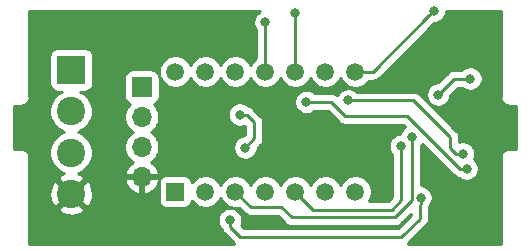
<source format=gbr>
G04 #@! TF.GenerationSoftware,KiCad,Pcbnew,5.1.5+dfsg1-2build2*
G04 #@! TF.CreationDate,2021-11-16T17:13:54-05:00*
G04 #@! TF.ProjectId,036INCH_5DIGIT,30333649-4e43-4485-9f35-44494749542e,rev?*
G04 #@! TF.SameCoordinates,Original*
G04 #@! TF.FileFunction,Copper,L1,Top*
G04 #@! TF.FilePolarity,Positive*
%FSLAX46Y46*%
G04 Gerber Fmt 4.6, Leading zero omitted, Abs format (unit mm)*
G04 Created by KiCad (PCBNEW 5.1.5+dfsg1-2build2) date 2021-11-16 17:13:54*
%MOMM*%
%LPD*%
G04 APERTURE LIST*
%ADD10C,1.500000*%
%ADD11R,1.500000X1.500000*%
%ADD12O,1.700000X1.700000*%
%ADD13R,1.700000X1.700000*%
%ADD14C,2.400000*%
%ADD15R,2.400000X2.400000*%
%ADD16C,0.800000*%
%ADD17C,0.250000*%
%ADD18C,0.254000*%
G04 APERTURE END LIST*
D10*
X114300000Y-105778300D03*
X116840000Y-105778300D03*
X119380000Y-105778300D03*
X121920000Y-105778300D03*
X124460000Y-105778300D03*
X127000000Y-105778300D03*
X129540000Y-105778300D03*
X129540000Y-115938300D03*
X127000000Y-115938300D03*
X124460000Y-115938300D03*
X121920000Y-115938300D03*
X119380000Y-115938300D03*
X116840000Y-115938300D03*
D11*
X114300000Y-115938300D03*
D12*
X111480600Y-114706400D03*
X111480600Y-112166400D03*
X111480600Y-109626400D03*
D13*
X111480600Y-107086400D03*
D14*
X105486200Y-116138600D03*
X105486200Y-112638600D03*
X105486200Y-109138600D03*
D15*
X105486200Y-105638600D03*
D16*
X121932700Y-101598900D03*
X124409200Y-100799900D03*
X136207500Y-100625012D03*
X139280900Y-106375200D03*
X136569674Y-107737280D03*
X135078300Y-116446300D03*
X118935500Y-118351300D03*
X133413500Y-112090200D03*
X134353300Y-111302800D03*
X138963400Y-114007900D03*
X125399800Y-108357500D03*
X119773700Y-109423200D03*
X120230900Y-112217200D03*
X138658600Y-112725200D03*
X128943100Y-108229400D03*
D17*
X121932700Y-105765600D02*
X121920000Y-105778300D01*
X121932700Y-101598900D02*
X121932700Y-105765600D01*
X124409200Y-105727500D02*
X124460000Y-105778300D01*
X124409200Y-100799900D02*
X124409200Y-105727500D01*
X131054212Y-105778300D02*
X135807501Y-101025011D01*
X129540000Y-105778300D02*
X131054212Y-105778300D01*
X135807501Y-101025011D02*
X136207500Y-100625012D01*
X137931754Y-106375200D02*
X136569674Y-107737280D01*
X139280900Y-106375200D02*
X137931754Y-106375200D01*
X135078300Y-117011985D02*
X135013700Y-117076585D01*
X135078300Y-116446300D02*
X135078300Y-117011985D01*
X135013700Y-117076585D02*
X135013700Y-118249700D01*
X118935500Y-118916985D02*
X119817615Y-119799100D01*
X118935500Y-118351300D02*
X118935500Y-118916985D01*
X133464300Y-119799100D02*
X133534150Y-119729250D01*
X119817615Y-119799100D02*
X133464300Y-119799100D01*
X133534150Y-119729250D02*
X133438900Y-119824500D01*
X135013700Y-118249700D02*
X133534150Y-119729250D01*
X125984000Y-117462300D02*
X124460000Y-115938300D01*
X132626100Y-117462300D02*
X125984000Y-117462300D01*
X133413500Y-116674900D02*
X132626100Y-117462300D01*
X133413500Y-112090200D02*
X133413500Y-116674900D01*
X120675400Y-117233700D02*
X119380000Y-115938300D01*
X124155200Y-118110000D02*
X123278900Y-117233700D01*
X123278900Y-117233700D02*
X120675400Y-117233700D01*
X132880100Y-118110000D02*
X124155200Y-118110000D01*
X134353300Y-116636800D02*
X132880100Y-118110000D01*
X134353300Y-111302800D02*
X134353300Y-116636800D01*
X138397715Y-114007900D02*
X133946900Y-109557085D01*
X138963400Y-114007900D02*
X138397715Y-114007900D01*
X133946900Y-109557085D02*
X128708685Y-109557085D01*
X127509100Y-108357500D02*
X125399800Y-108357500D01*
X128708685Y-109557085D02*
X127509100Y-108357500D01*
X120339385Y-109423200D02*
X121005600Y-110089415D01*
X119773700Y-109423200D02*
X120339385Y-109423200D01*
X121005600Y-111442500D02*
X120230900Y-112217200D01*
X121005600Y-110089415D02*
X121005600Y-111442500D01*
X138092915Y-112725200D02*
X137579100Y-112211385D01*
X138658600Y-112725200D02*
X138092915Y-112725200D01*
X137579100Y-112211385D02*
X137579100Y-111340900D01*
X134467600Y-108229400D02*
X128943100Y-108229400D01*
X137579100Y-111340900D02*
X134467600Y-108229400D01*
D18*
G36*
X121442444Y-100681695D02*
G01*
X121272926Y-100794963D01*
X121128763Y-100939126D01*
X121015495Y-101108644D01*
X120937474Y-101297002D01*
X120897700Y-101496961D01*
X120897700Y-101700839D01*
X120937474Y-101900798D01*
X121015495Y-102089156D01*
X121128763Y-102258674D01*
X121172700Y-102302611D01*
X121172701Y-104611905D01*
X121037114Y-104702501D01*
X120844201Y-104895414D01*
X120692629Y-105122257D01*
X120650000Y-105225173D01*
X120607371Y-105122257D01*
X120455799Y-104895414D01*
X120262886Y-104702501D01*
X120036043Y-104550929D01*
X119783989Y-104446525D01*
X119516411Y-104393300D01*
X119243589Y-104393300D01*
X118976011Y-104446525D01*
X118723957Y-104550929D01*
X118497114Y-104702501D01*
X118304201Y-104895414D01*
X118152629Y-105122257D01*
X118110000Y-105225173D01*
X118067371Y-105122257D01*
X117915799Y-104895414D01*
X117722886Y-104702501D01*
X117496043Y-104550929D01*
X117243989Y-104446525D01*
X116976411Y-104393300D01*
X116703589Y-104393300D01*
X116436011Y-104446525D01*
X116183957Y-104550929D01*
X115957114Y-104702501D01*
X115764201Y-104895414D01*
X115612629Y-105122257D01*
X115570000Y-105225173D01*
X115527371Y-105122257D01*
X115375799Y-104895414D01*
X115182886Y-104702501D01*
X114956043Y-104550929D01*
X114703989Y-104446525D01*
X114436411Y-104393300D01*
X114163589Y-104393300D01*
X113896011Y-104446525D01*
X113643957Y-104550929D01*
X113417114Y-104702501D01*
X113224201Y-104895414D01*
X113072629Y-105122257D01*
X112968225Y-105374311D01*
X112915000Y-105641889D01*
X112915000Y-105914711D01*
X112950066Y-106090998D01*
X112920102Y-105992220D01*
X112861137Y-105881906D01*
X112781785Y-105785215D01*
X112685094Y-105705863D01*
X112574780Y-105646898D01*
X112455082Y-105610588D01*
X112330600Y-105598328D01*
X110630600Y-105598328D01*
X110506118Y-105610588D01*
X110386420Y-105646898D01*
X110276106Y-105705863D01*
X110179415Y-105785215D01*
X110100063Y-105881906D01*
X110041098Y-105992220D01*
X110004788Y-106111918D01*
X109992528Y-106236400D01*
X109992528Y-107936400D01*
X110004788Y-108060882D01*
X110041098Y-108180580D01*
X110100063Y-108290894D01*
X110179415Y-108387585D01*
X110276106Y-108466937D01*
X110386420Y-108525902D01*
X110458980Y-108547913D01*
X110327125Y-108679768D01*
X110164610Y-108922989D01*
X110052668Y-109193242D01*
X109995600Y-109480140D01*
X109995600Y-109772660D01*
X110052668Y-110059558D01*
X110164610Y-110329811D01*
X110327125Y-110573032D01*
X110533968Y-110779875D01*
X110708360Y-110896400D01*
X110533968Y-111012925D01*
X110327125Y-111219768D01*
X110164610Y-111462989D01*
X110052668Y-111733242D01*
X109995600Y-112020140D01*
X109995600Y-112312660D01*
X110052668Y-112599558D01*
X110164610Y-112869811D01*
X110327125Y-113113032D01*
X110533968Y-113319875D01*
X110716134Y-113441595D01*
X110599245Y-113511222D01*
X110383012Y-113706131D01*
X110208959Y-113939480D01*
X110083775Y-114202301D01*
X110039124Y-114349510D01*
X110160445Y-114579400D01*
X111353600Y-114579400D01*
X111353600Y-114559400D01*
X111607600Y-114559400D01*
X111607600Y-114579400D01*
X112800755Y-114579400D01*
X112922076Y-114349510D01*
X112877425Y-114202301D01*
X112752241Y-113939480D01*
X112578188Y-113706131D01*
X112361955Y-113511222D01*
X112245066Y-113441595D01*
X112427232Y-113319875D01*
X112634075Y-113113032D01*
X112796590Y-112869811D01*
X112908532Y-112599558D01*
X112965600Y-112312660D01*
X112965600Y-112020140D01*
X112908532Y-111733242D01*
X112796590Y-111462989D01*
X112634075Y-111219768D01*
X112427232Y-111012925D01*
X112252840Y-110896400D01*
X112427232Y-110779875D01*
X112634075Y-110573032D01*
X112796590Y-110329811D01*
X112908532Y-110059558D01*
X112965600Y-109772660D01*
X112965600Y-109480140D01*
X112933997Y-109321261D01*
X118738700Y-109321261D01*
X118738700Y-109525139D01*
X118778474Y-109725098D01*
X118856495Y-109913456D01*
X118969763Y-110082974D01*
X119113926Y-110227137D01*
X119283444Y-110340405D01*
X119471802Y-110418426D01*
X119671761Y-110458200D01*
X119875639Y-110458200D01*
X120075598Y-110418426D01*
X120205855Y-110364471D01*
X120245600Y-110404217D01*
X120245601Y-111127698D01*
X120191098Y-111182200D01*
X120128961Y-111182200D01*
X119929002Y-111221974D01*
X119740644Y-111299995D01*
X119571126Y-111413263D01*
X119426963Y-111557426D01*
X119313695Y-111726944D01*
X119235674Y-111915302D01*
X119195900Y-112115261D01*
X119195900Y-112319139D01*
X119235674Y-112519098D01*
X119313695Y-112707456D01*
X119426963Y-112876974D01*
X119571126Y-113021137D01*
X119740644Y-113134405D01*
X119929002Y-113212426D01*
X120128961Y-113252200D01*
X120332839Y-113252200D01*
X120532798Y-113212426D01*
X120721156Y-113134405D01*
X120890674Y-113021137D01*
X121034837Y-112876974D01*
X121148105Y-112707456D01*
X121226126Y-112519098D01*
X121265900Y-112319139D01*
X121265900Y-112257002D01*
X121516602Y-112006299D01*
X121545601Y-111982501D01*
X121640574Y-111866776D01*
X121711146Y-111734747D01*
X121754603Y-111591486D01*
X121765600Y-111479833D01*
X121765600Y-111479824D01*
X121769276Y-111442501D01*
X121765600Y-111405178D01*
X121765600Y-110126737D01*
X121769276Y-110089414D01*
X121765600Y-110052091D01*
X121765600Y-110052082D01*
X121754603Y-109940429D01*
X121711146Y-109797168D01*
X121640574Y-109665139D01*
X121545601Y-109549414D01*
X121516604Y-109525617D01*
X120903188Y-108912202D01*
X120879386Y-108883199D01*
X120763661Y-108788226D01*
X120631632Y-108717654D01*
X120488424Y-108674213D01*
X120433474Y-108619263D01*
X120263956Y-108505995D01*
X120075598Y-108427974D01*
X119875639Y-108388200D01*
X119671761Y-108388200D01*
X119471802Y-108427974D01*
X119283444Y-108505995D01*
X119113926Y-108619263D01*
X118969763Y-108763426D01*
X118856495Y-108932944D01*
X118778474Y-109121302D01*
X118738700Y-109321261D01*
X112933997Y-109321261D01*
X112908532Y-109193242D01*
X112796590Y-108922989D01*
X112634075Y-108679768D01*
X112502220Y-108547913D01*
X112574780Y-108525902D01*
X112685094Y-108466937D01*
X112781785Y-108387585D01*
X112861137Y-108290894D01*
X112920102Y-108180580D01*
X112956412Y-108060882D01*
X112968672Y-107936400D01*
X112968672Y-106236400D01*
X112958555Y-106133673D01*
X112968225Y-106182289D01*
X113072629Y-106434343D01*
X113224201Y-106661186D01*
X113417114Y-106854099D01*
X113643957Y-107005671D01*
X113896011Y-107110075D01*
X114163589Y-107163300D01*
X114436411Y-107163300D01*
X114703989Y-107110075D01*
X114956043Y-107005671D01*
X115182886Y-106854099D01*
X115375799Y-106661186D01*
X115527371Y-106434343D01*
X115570000Y-106331427D01*
X115612629Y-106434343D01*
X115764201Y-106661186D01*
X115957114Y-106854099D01*
X116183957Y-107005671D01*
X116436011Y-107110075D01*
X116703589Y-107163300D01*
X116976411Y-107163300D01*
X117243989Y-107110075D01*
X117496043Y-107005671D01*
X117722886Y-106854099D01*
X117915799Y-106661186D01*
X118067371Y-106434343D01*
X118110000Y-106331427D01*
X118152629Y-106434343D01*
X118304201Y-106661186D01*
X118497114Y-106854099D01*
X118723957Y-107005671D01*
X118976011Y-107110075D01*
X119243589Y-107163300D01*
X119516411Y-107163300D01*
X119783989Y-107110075D01*
X120036043Y-107005671D01*
X120262886Y-106854099D01*
X120455799Y-106661186D01*
X120607371Y-106434343D01*
X120650000Y-106331427D01*
X120692629Y-106434343D01*
X120844201Y-106661186D01*
X121037114Y-106854099D01*
X121263957Y-107005671D01*
X121516011Y-107110075D01*
X121783589Y-107163300D01*
X122056411Y-107163300D01*
X122323989Y-107110075D01*
X122576043Y-107005671D01*
X122802886Y-106854099D01*
X122995799Y-106661186D01*
X123147371Y-106434343D01*
X123190000Y-106331427D01*
X123232629Y-106434343D01*
X123384201Y-106661186D01*
X123577114Y-106854099D01*
X123803957Y-107005671D01*
X124056011Y-107110075D01*
X124323589Y-107163300D01*
X124596411Y-107163300D01*
X124863989Y-107110075D01*
X125116043Y-107005671D01*
X125342886Y-106854099D01*
X125535799Y-106661186D01*
X125687371Y-106434343D01*
X125730000Y-106331427D01*
X125772629Y-106434343D01*
X125924201Y-106661186D01*
X126117114Y-106854099D01*
X126343957Y-107005671D01*
X126596011Y-107110075D01*
X126863589Y-107163300D01*
X127136411Y-107163300D01*
X127403989Y-107110075D01*
X127656043Y-107005671D01*
X127882886Y-106854099D01*
X128075799Y-106661186D01*
X128227371Y-106434343D01*
X128270000Y-106331427D01*
X128312629Y-106434343D01*
X128464201Y-106661186D01*
X128657114Y-106854099D01*
X128883957Y-107005671D01*
X129136011Y-107110075D01*
X129403589Y-107163300D01*
X129676411Y-107163300D01*
X129943989Y-107110075D01*
X130196043Y-107005671D01*
X130422886Y-106854099D01*
X130615799Y-106661186D01*
X130697909Y-106538300D01*
X131016890Y-106538300D01*
X131054212Y-106541976D01*
X131091534Y-106538300D01*
X131091545Y-106538300D01*
X131203198Y-106527303D01*
X131346459Y-106483846D01*
X131478488Y-106413274D01*
X131594213Y-106318301D01*
X131618016Y-106289297D01*
X136247302Y-101660012D01*
X136309439Y-101660012D01*
X136509398Y-101620238D01*
X136697756Y-101542217D01*
X136867274Y-101428949D01*
X137011437Y-101284786D01*
X137124705Y-101115268D01*
X137202726Y-100926910D01*
X137242500Y-100726951D01*
X137242500Y-100660000D01*
X141840001Y-100660000D01*
X141840000Y-107967581D01*
X141836807Y-108000000D01*
X141849550Y-108129383D01*
X141887290Y-108253793D01*
X141948575Y-108368450D01*
X142009614Y-108442826D01*
X142031052Y-108468948D01*
X142131550Y-108551425D01*
X142246207Y-108612710D01*
X142370617Y-108650450D01*
X142500000Y-108663193D01*
X142532419Y-108660000D01*
X143140000Y-108660000D01*
X143140001Y-112340000D01*
X142532419Y-112340000D01*
X142500000Y-112336807D01*
X142467581Y-112340000D01*
X142370617Y-112349550D01*
X142246207Y-112387290D01*
X142131550Y-112448575D01*
X142031052Y-112531052D01*
X141948575Y-112631550D01*
X141887290Y-112746207D01*
X141849550Y-112870617D01*
X141836807Y-113000000D01*
X141840000Y-113032419D01*
X141840001Y-120340000D01*
X134003206Y-120340000D01*
X134004301Y-120339101D01*
X134028104Y-120310097D01*
X134097949Y-120240252D01*
X135524703Y-118813499D01*
X135553701Y-118789701D01*
X135648674Y-118673976D01*
X135719246Y-118541947D01*
X135762703Y-118398686D01*
X135773700Y-118287033D01*
X135773700Y-118287025D01*
X135777376Y-118249700D01*
X135773700Y-118212375D01*
X135773700Y-117323214D01*
X135783846Y-117304232D01*
X135827287Y-117161024D01*
X135882237Y-117106074D01*
X135995505Y-116936556D01*
X136073526Y-116748198D01*
X136113300Y-116548239D01*
X136113300Y-116344361D01*
X136073526Y-116144402D01*
X135995505Y-115956044D01*
X135882237Y-115786526D01*
X135738074Y-115642363D01*
X135568556Y-115529095D01*
X135380198Y-115451074D01*
X135180239Y-115411300D01*
X135113300Y-115411300D01*
X135113300Y-112006511D01*
X135157237Y-111962574D01*
X135205443Y-111890429D01*
X137833916Y-114518903D01*
X137857714Y-114547901D01*
X137886712Y-114571699D01*
X137973438Y-114642874D01*
X138100759Y-114710929D01*
X138105468Y-114713446D01*
X138248676Y-114756887D01*
X138303626Y-114811837D01*
X138473144Y-114925105D01*
X138661502Y-115003126D01*
X138861461Y-115042900D01*
X139065339Y-115042900D01*
X139265298Y-115003126D01*
X139453656Y-114925105D01*
X139623174Y-114811837D01*
X139767337Y-114667674D01*
X139880605Y-114498156D01*
X139958626Y-114309798D01*
X139998400Y-114109839D01*
X139998400Y-113905961D01*
X139958626Y-113706002D01*
X139880605Y-113517644D01*
X139767337Y-113348126D01*
X139623174Y-113203963D01*
X139589802Y-113181665D01*
X139653826Y-113027098D01*
X139693600Y-112827139D01*
X139693600Y-112623261D01*
X139653826Y-112423302D01*
X139575805Y-112234944D01*
X139462537Y-112065426D01*
X139318374Y-111921263D01*
X139148856Y-111807995D01*
X138960498Y-111729974D01*
X138760539Y-111690200D01*
X138556661Y-111690200D01*
X138356702Y-111729974D01*
X138339100Y-111737265D01*
X138339100Y-111378222D01*
X138342776Y-111340899D01*
X138339100Y-111303576D01*
X138339100Y-111303567D01*
X138328103Y-111191914D01*
X138284646Y-111048653D01*
X138214074Y-110916624D01*
X138200911Y-110900585D01*
X138142899Y-110829896D01*
X138142895Y-110829892D01*
X138119101Y-110800899D01*
X138090108Y-110777105D01*
X135031404Y-107718403D01*
X135007601Y-107689399D01*
X134941732Y-107635341D01*
X135534674Y-107635341D01*
X135534674Y-107839219D01*
X135574448Y-108039178D01*
X135652469Y-108227536D01*
X135765737Y-108397054D01*
X135909900Y-108541217D01*
X136079418Y-108654485D01*
X136267776Y-108732506D01*
X136467735Y-108772280D01*
X136671613Y-108772280D01*
X136871572Y-108732506D01*
X137059930Y-108654485D01*
X137229448Y-108541217D01*
X137373611Y-108397054D01*
X137486879Y-108227536D01*
X137564900Y-108039178D01*
X137604674Y-107839219D01*
X137604674Y-107777081D01*
X138246556Y-107135200D01*
X138577189Y-107135200D01*
X138621126Y-107179137D01*
X138790644Y-107292405D01*
X138979002Y-107370426D01*
X139178961Y-107410200D01*
X139382839Y-107410200D01*
X139582798Y-107370426D01*
X139771156Y-107292405D01*
X139940674Y-107179137D01*
X140084837Y-107034974D01*
X140198105Y-106865456D01*
X140276126Y-106677098D01*
X140315900Y-106477139D01*
X140315900Y-106273261D01*
X140276126Y-106073302D01*
X140198105Y-105884944D01*
X140084837Y-105715426D01*
X139940674Y-105571263D01*
X139771156Y-105457995D01*
X139582798Y-105379974D01*
X139382839Y-105340200D01*
X139178961Y-105340200D01*
X138979002Y-105379974D01*
X138790644Y-105457995D01*
X138621126Y-105571263D01*
X138577189Y-105615200D01*
X137969076Y-105615200D01*
X137931753Y-105611524D01*
X137894431Y-105615200D01*
X137894421Y-105615200D01*
X137782768Y-105626197D01*
X137639507Y-105669654D01*
X137507477Y-105740226D01*
X137431069Y-105802933D01*
X137391753Y-105835199D01*
X137367955Y-105864197D01*
X136529873Y-106702280D01*
X136467735Y-106702280D01*
X136267776Y-106742054D01*
X136079418Y-106820075D01*
X135909900Y-106933343D01*
X135765737Y-107077506D01*
X135652469Y-107247024D01*
X135574448Y-107435382D01*
X135534674Y-107635341D01*
X134941732Y-107635341D01*
X134891876Y-107594426D01*
X134759847Y-107523854D01*
X134616586Y-107480397D01*
X134504933Y-107469400D01*
X134504922Y-107469400D01*
X134467600Y-107465724D01*
X134430278Y-107469400D01*
X129646811Y-107469400D01*
X129602874Y-107425463D01*
X129433356Y-107312195D01*
X129244998Y-107234174D01*
X129045039Y-107194400D01*
X128841161Y-107194400D01*
X128641202Y-107234174D01*
X128452844Y-107312195D01*
X128283326Y-107425463D01*
X128139163Y-107569626D01*
X128025895Y-107739144D01*
X128007560Y-107783407D01*
X127933376Y-107722526D01*
X127801347Y-107651954D01*
X127658086Y-107608497D01*
X127546433Y-107597500D01*
X127546422Y-107597500D01*
X127509100Y-107593824D01*
X127471778Y-107597500D01*
X126103511Y-107597500D01*
X126059574Y-107553563D01*
X125890056Y-107440295D01*
X125701698Y-107362274D01*
X125501739Y-107322500D01*
X125297861Y-107322500D01*
X125097902Y-107362274D01*
X124909544Y-107440295D01*
X124740026Y-107553563D01*
X124595863Y-107697726D01*
X124482595Y-107867244D01*
X124404574Y-108055602D01*
X124364800Y-108255561D01*
X124364800Y-108459439D01*
X124404574Y-108659398D01*
X124482595Y-108847756D01*
X124595863Y-109017274D01*
X124740026Y-109161437D01*
X124909544Y-109274705D01*
X125097902Y-109352726D01*
X125297861Y-109392500D01*
X125501739Y-109392500D01*
X125701698Y-109352726D01*
X125890056Y-109274705D01*
X126059574Y-109161437D01*
X126103511Y-109117500D01*
X127194299Y-109117500D01*
X128144890Y-110068093D01*
X128168684Y-110097086D01*
X128197677Y-110120880D01*
X128197681Y-110120884D01*
X128260214Y-110172203D01*
X128284409Y-110192059D01*
X128416438Y-110262631D01*
X128559699Y-110306088D01*
X128671352Y-110317085D01*
X128671361Y-110317085D01*
X128708684Y-110320761D01*
X128746007Y-110317085D01*
X133632099Y-110317085D01*
X133765671Y-110450657D01*
X133693526Y-110498863D01*
X133549363Y-110643026D01*
X133436095Y-110812544D01*
X133358074Y-111000902D01*
X133347274Y-111055200D01*
X133311561Y-111055200D01*
X133111602Y-111094974D01*
X132923244Y-111172995D01*
X132753726Y-111286263D01*
X132609563Y-111430426D01*
X132496295Y-111599944D01*
X132418274Y-111788302D01*
X132378500Y-111988261D01*
X132378500Y-112192139D01*
X132418274Y-112392098D01*
X132496295Y-112580456D01*
X132609563Y-112749974D01*
X132653500Y-112793911D01*
X132653501Y-116360097D01*
X132311299Y-116702300D01*
X130695236Y-116702300D01*
X130767371Y-116594343D01*
X130871775Y-116342289D01*
X130925000Y-116074711D01*
X130925000Y-115801889D01*
X130871775Y-115534311D01*
X130767371Y-115282257D01*
X130615799Y-115055414D01*
X130422886Y-114862501D01*
X130196043Y-114710929D01*
X129943989Y-114606525D01*
X129676411Y-114553300D01*
X129403589Y-114553300D01*
X129136011Y-114606525D01*
X128883957Y-114710929D01*
X128657114Y-114862501D01*
X128464201Y-115055414D01*
X128312629Y-115282257D01*
X128270000Y-115385173D01*
X128227371Y-115282257D01*
X128075799Y-115055414D01*
X127882886Y-114862501D01*
X127656043Y-114710929D01*
X127403989Y-114606525D01*
X127136411Y-114553300D01*
X126863589Y-114553300D01*
X126596011Y-114606525D01*
X126343957Y-114710929D01*
X126117114Y-114862501D01*
X125924201Y-115055414D01*
X125772629Y-115282257D01*
X125730000Y-115385173D01*
X125687371Y-115282257D01*
X125535799Y-115055414D01*
X125342886Y-114862501D01*
X125116043Y-114710929D01*
X124863989Y-114606525D01*
X124596411Y-114553300D01*
X124323589Y-114553300D01*
X124056011Y-114606525D01*
X123803957Y-114710929D01*
X123577114Y-114862501D01*
X123384201Y-115055414D01*
X123232629Y-115282257D01*
X123190000Y-115385173D01*
X123147371Y-115282257D01*
X122995799Y-115055414D01*
X122802886Y-114862501D01*
X122576043Y-114710929D01*
X122323989Y-114606525D01*
X122056411Y-114553300D01*
X121783589Y-114553300D01*
X121516011Y-114606525D01*
X121263957Y-114710929D01*
X121037114Y-114862501D01*
X120844201Y-115055414D01*
X120692629Y-115282257D01*
X120650000Y-115385173D01*
X120607371Y-115282257D01*
X120455799Y-115055414D01*
X120262886Y-114862501D01*
X120036043Y-114710929D01*
X119783989Y-114606525D01*
X119516411Y-114553300D01*
X119243589Y-114553300D01*
X118976011Y-114606525D01*
X118723957Y-114710929D01*
X118497114Y-114862501D01*
X118304201Y-115055414D01*
X118152629Y-115282257D01*
X118110000Y-115385173D01*
X118067371Y-115282257D01*
X117915799Y-115055414D01*
X117722886Y-114862501D01*
X117496043Y-114710929D01*
X117243989Y-114606525D01*
X116976411Y-114553300D01*
X116703589Y-114553300D01*
X116436011Y-114606525D01*
X116183957Y-114710929D01*
X115957114Y-114862501D01*
X115764201Y-115055414D01*
X115686445Y-115171783D01*
X115675812Y-115063818D01*
X115639502Y-114944120D01*
X115580537Y-114833806D01*
X115501185Y-114737115D01*
X115404494Y-114657763D01*
X115294180Y-114598798D01*
X115174482Y-114562488D01*
X115050000Y-114550228D01*
X113550000Y-114550228D01*
X113425518Y-114562488D01*
X113305820Y-114598798D01*
X113195506Y-114657763D01*
X113098815Y-114737115D01*
X113019463Y-114833806D01*
X112960498Y-114944120D01*
X112924188Y-115063818D01*
X112911928Y-115188300D01*
X112911928Y-116688300D01*
X112924188Y-116812782D01*
X112960498Y-116932480D01*
X113019463Y-117042794D01*
X113098815Y-117139485D01*
X113195506Y-117218837D01*
X113305820Y-117277802D01*
X113425518Y-117314112D01*
X113550000Y-117326372D01*
X115050000Y-117326372D01*
X115174482Y-117314112D01*
X115294180Y-117277802D01*
X115404494Y-117218837D01*
X115501185Y-117139485D01*
X115580537Y-117042794D01*
X115639502Y-116932480D01*
X115675812Y-116812782D01*
X115686445Y-116704817D01*
X115764201Y-116821186D01*
X115957114Y-117014099D01*
X116183957Y-117165671D01*
X116436011Y-117270075D01*
X116703589Y-117323300D01*
X116976411Y-117323300D01*
X117243989Y-117270075D01*
X117496043Y-117165671D01*
X117722886Y-117014099D01*
X117915799Y-116821186D01*
X118067371Y-116594343D01*
X118110000Y-116491427D01*
X118152629Y-116594343D01*
X118304201Y-116821186D01*
X118497114Y-117014099D01*
X118723957Y-117165671D01*
X118976011Y-117270075D01*
X119243589Y-117323300D01*
X119516411Y-117323300D01*
X119661365Y-117294467D01*
X120111600Y-117744702D01*
X120135399Y-117773701D01*
X120251124Y-117868674D01*
X120383153Y-117939246D01*
X120526414Y-117982703D01*
X120638067Y-117993700D01*
X120638076Y-117993700D01*
X120675399Y-117997376D01*
X120712722Y-117993700D01*
X122964099Y-117993700D01*
X123591401Y-118621003D01*
X123615199Y-118650001D01*
X123730924Y-118744974D01*
X123862953Y-118815546D01*
X124006214Y-118859003D01*
X124117867Y-118870000D01*
X124117876Y-118870000D01*
X124155199Y-118873676D01*
X124192522Y-118870000D01*
X132842778Y-118870000D01*
X132880100Y-118873676D01*
X132917422Y-118870000D01*
X132917433Y-118870000D01*
X133029086Y-118859003D01*
X133172347Y-118815546D01*
X133304376Y-118744974D01*
X133420101Y-118650001D01*
X133443903Y-118620998D01*
X134253701Y-117811202D01*
X134253701Y-117934897D01*
X133149499Y-119039100D01*
X120132417Y-119039100D01*
X119876771Y-118783455D01*
X119930726Y-118653198D01*
X119970500Y-118453239D01*
X119970500Y-118249361D01*
X119930726Y-118049402D01*
X119852705Y-117861044D01*
X119739437Y-117691526D01*
X119595274Y-117547363D01*
X119425756Y-117434095D01*
X119237398Y-117356074D01*
X119037439Y-117316300D01*
X118833561Y-117316300D01*
X118633602Y-117356074D01*
X118445244Y-117434095D01*
X118275726Y-117547363D01*
X118131563Y-117691526D01*
X118018295Y-117861044D01*
X117940274Y-118049402D01*
X117900500Y-118249361D01*
X117900500Y-118453239D01*
X117940274Y-118653198D01*
X118018295Y-118841556D01*
X118131563Y-119011074D01*
X118186513Y-119066024D01*
X118229954Y-119209232D01*
X118254537Y-119255221D01*
X118300526Y-119341261D01*
X118371701Y-119427987D01*
X118395500Y-119456986D01*
X118424498Y-119480784D01*
X119253816Y-120310103D01*
X119277614Y-120339101D01*
X119278709Y-120340000D01*
X101960000Y-120340000D01*
X101960000Y-117416580D01*
X104387826Y-117416580D01*
X104507714Y-117701436D01*
X104831410Y-117862299D01*
X105180269Y-117956922D01*
X105540884Y-117981667D01*
X105899398Y-117935585D01*
X106242033Y-117820446D01*
X106464686Y-117701436D01*
X106584574Y-117416580D01*
X105486200Y-116318205D01*
X104387826Y-117416580D01*
X101960000Y-117416580D01*
X101960000Y-116193284D01*
X103643133Y-116193284D01*
X103689215Y-116551798D01*
X103804354Y-116894433D01*
X103923364Y-117117086D01*
X104208220Y-117236974D01*
X105306595Y-116138600D01*
X105665805Y-116138600D01*
X106764180Y-117236974D01*
X107049036Y-117117086D01*
X107209899Y-116793390D01*
X107304522Y-116444531D01*
X107329267Y-116083916D01*
X107283185Y-115725402D01*
X107168046Y-115382767D01*
X107049036Y-115160114D01*
X106818981Y-115063290D01*
X110039124Y-115063290D01*
X110083775Y-115210499D01*
X110208959Y-115473320D01*
X110383012Y-115706669D01*
X110599245Y-115901578D01*
X110849348Y-116050557D01*
X111123709Y-116147881D01*
X111353600Y-116027214D01*
X111353600Y-114833400D01*
X111607600Y-114833400D01*
X111607600Y-116027214D01*
X111837491Y-116147881D01*
X112111852Y-116050557D01*
X112361955Y-115901578D01*
X112578188Y-115706669D01*
X112752241Y-115473320D01*
X112877425Y-115210499D01*
X112922076Y-115063290D01*
X112800755Y-114833400D01*
X111607600Y-114833400D01*
X111353600Y-114833400D01*
X110160445Y-114833400D01*
X110039124Y-115063290D01*
X106818981Y-115063290D01*
X106764180Y-115040226D01*
X105665805Y-116138600D01*
X105306595Y-116138600D01*
X104208220Y-115040226D01*
X103923364Y-115160114D01*
X103762501Y-115483810D01*
X103667878Y-115832669D01*
X103643133Y-116193284D01*
X101960000Y-116193284D01*
X101960000Y-113032419D01*
X101963193Y-113000000D01*
X101950450Y-112870617D01*
X101912710Y-112746207D01*
X101851425Y-112631550D01*
X101768948Y-112531052D01*
X101668450Y-112448575D01*
X101553793Y-112387290D01*
X101429383Y-112349550D01*
X101332419Y-112340000D01*
X101300000Y-112336807D01*
X101267581Y-112340000D01*
X100660000Y-112340000D01*
X100660000Y-108660000D01*
X101267581Y-108660000D01*
X101300000Y-108663193D01*
X101332419Y-108660000D01*
X101429383Y-108650450D01*
X101553793Y-108612710D01*
X101668450Y-108551425D01*
X101768948Y-108468948D01*
X101851425Y-108368450D01*
X101912710Y-108253793D01*
X101950450Y-108129383D01*
X101963193Y-108000000D01*
X101960000Y-107967581D01*
X101960000Y-104438600D01*
X103648128Y-104438600D01*
X103648128Y-106838600D01*
X103660388Y-106963082D01*
X103696698Y-107082780D01*
X103755663Y-107193094D01*
X103835015Y-107289785D01*
X103931706Y-107369137D01*
X104042020Y-107428102D01*
X104161718Y-107464412D01*
X104286200Y-107476672D01*
X104703362Y-107476672D01*
X104617001Y-107512444D01*
X104316456Y-107713262D01*
X104060862Y-107968856D01*
X103860044Y-108269401D01*
X103721718Y-108603350D01*
X103651200Y-108957868D01*
X103651200Y-109319332D01*
X103721718Y-109673850D01*
X103860044Y-110007799D01*
X104060862Y-110308344D01*
X104316456Y-110563938D01*
X104617001Y-110764756D01*
X104915987Y-110888600D01*
X104617001Y-111012444D01*
X104316456Y-111213262D01*
X104060862Y-111468856D01*
X103860044Y-111769401D01*
X103721718Y-112103350D01*
X103651200Y-112457868D01*
X103651200Y-112819332D01*
X103721718Y-113173850D01*
X103860044Y-113507799D01*
X104060862Y-113808344D01*
X104316456Y-114063938D01*
X104617001Y-114264756D01*
X104923689Y-114391790D01*
X104730367Y-114456754D01*
X104507714Y-114575764D01*
X104387826Y-114860620D01*
X105486200Y-115958995D01*
X106584574Y-114860620D01*
X106464686Y-114575764D01*
X106140990Y-114414901D01*
X106051510Y-114390631D01*
X106355399Y-114264756D01*
X106655944Y-114063938D01*
X106911538Y-113808344D01*
X107112356Y-113507799D01*
X107250682Y-113173850D01*
X107321200Y-112819332D01*
X107321200Y-112457868D01*
X107250682Y-112103350D01*
X107112356Y-111769401D01*
X106911538Y-111468856D01*
X106655944Y-111213262D01*
X106355399Y-111012444D01*
X106056413Y-110888600D01*
X106355399Y-110764756D01*
X106655944Y-110563938D01*
X106911538Y-110308344D01*
X107112356Y-110007799D01*
X107250682Y-109673850D01*
X107321200Y-109319332D01*
X107321200Y-108957868D01*
X107250682Y-108603350D01*
X107112356Y-108269401D01*
X106911538Y-107968856D01*
X106655944Y-107713262D01*
X106355399Y-107512444D01*
X106269038Y-107476672D01*
X106686200Y-107476672D01*
X106810682Y-107464412D01*
X106930380Y-107428102D01*
X107040694Y-107369137D01*
X107137385Y-107289785D01*
X107216737Y-107193094D01*
X107275702Y-107082780D01*
X107312012Y-106963082D01*
X107324272Y-106838600D01*
X107324272Y-104438600D01*
X107312012Y-104314118D01*
X107275702Y-104194420D01*
X107216737Y-104084106D01*
X107137385Y-103987415D01*
X107040694Y-103908063D01*
X106930380Y-103849098D01*
X106810682Y-103812788D01*
X106686200Y-103800528D01*
X104286200Y-103800528D01*
X104161718Y-103812788D01*
X104042020Y-103849098D01*
X103931706Y-103908063D01*
X103835015Y-103987415D01*
X103755663Y-104084106D01*
X103696698Y-104194420D01*
X103660388Y-104314118D01*
X103648128Y-104438600D01*
X101960000Y-104438600D01*
X101960000Y-100660000D01*
X121494820Y-100660000D01*
X121442444Y-100681695D01*
G37*
X121442444Y-100681695D02*
X121272926Y-100794963D01*
X121128763Y-100939126D01*
X121015495Y-101108644D01*
X120937474Y-101297002D01*
X120897700Y-101496961D01*
X120897700Y-101700839D01*
X120937474Y-101900798D01*
X121015495Y-102089156D01*
X121128763Y-102258674D01*
X121172700Y-102302611D01*
X121172701Y-104611905D01*
X121037114Y-104702501D01*
X120844201Y-104895414D01*
X120692629Y-105122257D01*
X120650000Y-105225173D01*
X120607371Y-105122257D01*
X120455799Y-104895414D01*
X120262886Y-104702501D01*
X120036043Y-104550929D01*
X119783989Y-104446525D01*
X119516411Y-104393300D01*
X119243589Y-104393300D01*
X118976011Y-104446525D01*
X118723957Y-104550929D01*
X118497114Y-104702501D01*
X118304201Y-104895414D01*
X118152629Y-105122257D01*
X118110000Y-105225173D01*
X118067371Y-105122257D01*
X117915799Y-104895414D01*
X117722886Y-104702501D01*
X117496043Y-104550929D01*
X117243989Y-104446525D01*
X116976411Y-104393300D01*
X116703589Y-104393300D01*
X116436011Y-104446525D01*
X116183957Y-104550929D01*
X115957114Y-104702501D01*
X115764201Y-104895414D01*
X115612629Y-105122257D01*
X115570000Y-105225173D01*
X115527371Y-105122257D01*
X115375799Y-104895414D01*
X115182886Y-104702501D01*
X114956043Y-104550929D01*
X114703989Y-104446525D01*
X114436411Y-104393300D01*
X114163589Y-104393300D01*
X113896011Y-104446525D01*
X113643957Y-104550929D01*
X113417114Y-104702501D01*
X113224201Y-104895414D01*
X113072629Y-105122257D01*
X112968225Y-105374311D01*
X112915000Y-105641889D01*
X112915000Y-105914711D01*
X112950066Y-106090998D01*
X112920102Y-105992220D01*
X112861137Y-105881906D01*
X112781785Y-105785215D01*
X112685094Y-105705863D01*
X112574780Y-105646898D01*
X112455082Y-105610588D01*
X112330600Y-105598328D01*
X110630600Y-105598328D01*
X110506118Y-105610588D01*
X110386420Y-105646898D01*
X110276106Y-105705863D01*
X110179415Y-105785215D01*
X110100063Y-105881906D01*
X110041098Y-105992220D01*
X110004788Y-106111918D01*
X109992528Y-106236400D01*
X109992528Y-107936400D01*
X110004788Y-108060882D01*
X110041098Y-108180580D01*
X110100063Y-108290894D01*
X110179415Y-108387585D01*
X110276106Y-108466937D01*
X110386420Y-108525902D01*
X110458980Y-108547913D01*
X110327125Y-108679768D01*
X110164610Y-108922989D01*
X110052668Y-109193242D01*
X109995600Y-109480140D01*
X109995600Y-109772660D01*
X110052668Y-110059558D01*
X110164610Y-110329811D01*
X110327125Y-110573032D01*
X110533968Y-110779875D01*
X110708360Y-110896400D01*
X110533968Y-111012925D01*
X110327125Y-111219768D01*
X110164610Y-111462989D01*
X110052668Y-111733242D01*
X109995600Y-112020140D01*
X109995600Y-112312660D01*
X110052668Y-112599558D01*
X110164610Y-112869811D01*
X110327125Y-113113032D01*
X110533968Y-113319875D01*
X110716134Y-113441595D01*
X110599245Y-113511222D01*
X110383012Y-113706131D01*
X110208959Y-113939480D01*
X110083775Y-114202301D01*
X110039124Y-114349510D01*
X110160445Y-114579400D01*
X111353600Y-114579400D01*
X111353600Y-114559400D01*
X111607600Y-114559400D01*
X111607600Y-114579400D01*
X112800755Y-114579400D01*
X112922076Y-114349510D01*
X112877425Y-114202301D01*
X112752241Y-113939480D01*
X112578188Y-113706131D01*
X112361955Y-113511222D01*
X112245066Y-113441595D01*
X112427232Y-113319875D01*
X112634075Y-113113032D01*
X112796590Y-112869811D01*
X112908532Y-112599558D01*
X112965600Y-112312660D01*
X112965600Y-112020140D01*
X112908532Y-111733242D01*
X112796590Y-111462989D01*
X112634075Y-111219768D01*
X112427232Y-111012925D01*
X112252840Y-110896400D01*
X112427232Y-110779875D01*
X112634075Y-110573032D01*
X112796590Y-110329811D01*
X112908532Y-110059558D01*
X112965600Y-109772660D01*
X112965600Y-109480140D01*
X112933997Y-109321261D01*
X118738700Y-109321261D01*
X118738700Y-109525139D01*
X118778474Y-109725098D01*
X118856495Y-109913456D01*
X118969763Y-110082974D01*
X119113926Y-110227137D01*
X119283444Y-110340405D01*
X119471802Y-110418426D01*
X119671761Y-110458200D01*
X119875639Y-110458200D01*
X120075598Y-110418426D01*
X120205855Y-110364471D01*
X120245600Y-110404217D01*
X120245601Y-111127698D01*
X120191098Y-111182200D01*
X120128961Y-111182200D01*
X119929002Y-111221974D01*
X119740644Y-111299995D01*
X119571126Y-111413263D01*
X119426963Y-111557426D01*
X119313695Y-111726944D01*
X119235674Y-111915302D01*
X119195900Y-112115261D01*
X119195900Y-112319139D01*
X119235674Y-112519098D01*
X119313695Y-112707456D01*
X119426963Y-112876974D01*
X119571126Y-113021137D01*
X119740644Y-113134405D01*
X119929002Y-113212426D01*
X120128961Y-113252200D01*
X120332839Y-113252200D01*
X120532798Y-113212426D01*
X120721156Y-113134405D01*
X120890674Y-113021137D01*
X121034837Y-112876974D01*
X121148105Y-112707456D01*
X121226126Y-112519098D01*
X121265900Y-112319139D01*
X121265900Y-112257002D01*
X121516602Y-112006299D01*
X121545601Y-111982501D01*
X121640574Y-111866776D01*
X121711146Y-111734747D01*
X121754603Y-111591486D01*
X121765600Y-111479833D01*
X121765600Y-111479824D01*
X121769276Y-111442501D01*
X121765600Y-111405178D01*
X121765600Y-110126737D01*
X121769276Y-110089414D01*
X121765600Y-110052091D01*
X121765600Y-110052082D01*
X121754603Y-109940429D01*
X121711146Y-109797168D01*
X121640574Y-109665139D01*
X121545601Y-109549414D01*
X121516604Y-109525617D01*
X120903188Y-108912202D01*
X120879386Y-108883199D01*
X120763661Y-108788226D01*
X120631632Y-108717654D01*
X120488424Y-108674213D01*
X120433474Y-108619263D01*
X120263956Y-108505995D01*
X120075598Y-108427974D01*
X119875639Y-108388200D01*
X119671761Y-108388200D01*
X119471802Y-108427974D01*
X119283444Y-108505995D01*
X119113926Y-108619263D01*
X118969763Y-108763426D01*
X118856495Y-108932944D01*
X118778474Y-109121302D01*
X118738700Y-109321261D01*
X112933997Y-109321261D01*
X112908532Y-109193242D01*
X112796590Y-108922989D01*
X112634075Y-108679768D01*
X112502220Y-108547913D01*
X112574780Y-108525902D01*
X112685094Y-108466937D01*
X112781785Y-108387585D01*
X112861137Y-108290894D01*
X112920102Y-108180580D01*
X112956412Y-108060882D01*
X112968672Y-107936400D01*
X112968672Y-106236400D01*
X112958555Y-106133673D01*
X112968225Y-106182289D01*
X113072629Y-106434343D01*
X113224201Y-106661186D01*
X113417114Y-106854099D01*
X113643957Y-107005671D01*
X113896011Y-107110075D01*
X114163589Y-107163300D01*
X114436411Y-107163300D01*
X114703989Y-107110075D01*
X114956043Y-107005671D01*
X115182886Y-106854099D01*
X115375799Y-106661186D01*
X115527371Y-106434343D01*
X115570000Y-106331427D01*
X115612629Y-106434343D01*
X115764201Y-106661186D01*
X115957114Y-106854099D01*
X116183957Y-107005671D01*
X116436011Y-107110075D01*
X116703589Y-107163300D01*
X116976411Y-107163300D01*
X117243989Y-107110075D01*
X117496043Y-107005671D01*
X117722886Y-106854099D01*
X117915799Y-106661186D01*
X118067371Y-106434343D01*
X118110000Y-106331427D01*
X118152629Y-106434343D01*
X118304201Y-106661186D01*
X118497114Y-106854099D01*
X118723957Y-107005671D01*
X118976011Y-107110075D01*
X119243589Y-107163300D01*
X119516411Y-107163300D01*
X119783989Y-107110075D01*
X120036043Y-107005671D01*
X120262886Y-106854099D01*
X120455799Y-106661186D01*
X120607371Y-106434343D01*
X120650000Y-106331427D01*
X120692629Y-106434343D01*
X120844201Y-106661186D01*
X121037114Y-106854099D01*
X121263957Y-107005671D01*
X121516011Y-107110075D01*
X121783589Y-107163300D01*
X122056411Y-107163300D01*
X122323989Y-107110075D01*
X122576043Y-107005671D01*
X122802886Y-106854099D01*
X122995799Y-106661186D01*
X123147371Y-106434343D01*
X123190000Y-106331427D01*
X123232629Y-106434343D01*
X123384201Y-106661186D01*
X123577114Y-106854099D01*
X123803957Y-107005671D01*
X124056011Y-107110075D01*
X124323589Y-107163300D01*
X124596411Y-107163300D01*
X124863989Y-107110075D01*
X125116043Y-107005671D01*
X125342886Y-106854099D01*
X125535799Y-106661186D01*
X125687371Y-106434343D01*
X125730000Y-106331427D01*
X125772629Y-106434343D01*
X125924201Y-106661186D01*
X126117114Y-106854099D01*
X126343957Y-107005671D01*
X126596011Y-107110075D01*
X126863589Y-107163300D01*
X127136411Y-107163300D01*
X127403989Y-107110075D01*
X127656043Y-107005671D01*
X127882886Y-106854099D01*
X128075799Y-106661186D01*
X128227371Y-106434343D01*
X128270000Y-106331427D01*
X128312629Y-106434343D01*
X128464201Y-106661186D01*
X128657114Y-106854099D01*
X128883957Y-107005671D01*
X129136011Y-107110075D01*
X129403589Y-107163300D01*
X129676411Y-107163300D01*
X129943989Y-107110075D01*
X130196043Y-107005671D01*
X130422886Y-106854099D01*
X130615799Y-106661186D01*
X130697909Y-106538300D01*
X131016890Y-106538300D01*
X131054212Y-106541976D01*
X131091534Y-106538300D01*
X131091545Y-106538300D01*
X131203198Y-106527303D01*
X131346459Y-106483846D01*
X131478488Y-106413274D01*
X131594213Y-106318301D01*
X131618016Y-106289297D01*
X136247302Y-101660012D01*
X136309439Y-101660012D01*
X136509398Y-101620238D01*
X136697756Y-101542217D01*
X136867274Y-101428949D01*
X137011437Y-101284786D01*
X137124705Y-101115268D01*
X137202726Y-100926910D01*
X137242500Y-100726951D01*
X137242500Y-100660000D01*
X141840001Y-100660000D01*
X141840000Y-107967581D01*
X141836807Y-108000000D01*
X141849550Y-108129383D01*
X141887290Y-108253793D01*
X141948575Y-108368450D01*
X142009614Y-108442826D01*
X142031052Y-108468948D01*
X142131550Y-108551425D01*
X142246207Y-108612710D01*
X142370617Y-108650450D01*
X142500000Y-108663193D01*
X142532419Y-108660000D01*
X143140000Y-108660000D01*
X143140001Y-112340000D01*
X142532419Y-112340000D01*
X142500000Y-112336807D01*
X142467581Y-112340000D01*
X142370617Y-112349550D01*
X142246207Y-112387290D01*
X142131550Y-112448575D01*
X142031052Y-112531052D01*
X141948575Y-112631550D01*
X141887290Y-112746207D01*
X141849550Y-112870617D01*
X141836807Y-113000000D01*
X141840000Y-113032419D01*
X141840001Y-120340000D01*
X134003206Y-120340000D01*
X134004301Y-120339101D01*
X134028104Y-120310097D01*
X134097949Y-120240252D01*
X135524703Y-118813499D01*
X135553701Y-118789701D01*
X135648674Y-118673976D01*
X135719246Y-118541947D01*
X135762703Y-118398686D01*
X135773700Y-118287033D01*
X135773700Y-118287025D01*
X135777376Y-118249700D01*
X135773700Y-118212375D01*
X135773700Y-117323214D01*
X135783846Y-117304232D01*
X135827287Y-117161024D01*
X135882237Y-117106074D01*
X135995505Y-116936556D01*
X136073526Y-116748198D01*
X136113300Y-116548239D01*
X136113300Y-116344361D01*
X136073526Y-116144402D01*
X135995505Y-115956044D01*
X135882237Y-115786526D01*
X135738074Y-115642363D01*
X135568556Y-115529095D01*
X135380198Y-115451074D01*
X135180239Y-115411300D01*
X135113300Y-115411300D01*
X135113300Y-112006511D01*
X135157237Y-111962574D01*
X135205443Y-111890429D01*
X137833916Y-114518903D01*
X137857714Y-114547901D01*
X137886712Y-114571699D01*
X137973438Y-114642874D01*
X138100759Y-114710929D01*
X138105468Y-114713446D01*
X138248676Y-114756887D01*
X138303626Y-114811837D01*
X138473144Y-114925105D01*
X138661502Y-115003126D01*
X138861461Y-115042900D01*
X139065339Y-115042900D01*
X139265298Y-115003126D01*
X139453656Y-114925105D01*
X139623174Y-114811837D01*
X139767337Y-114667674D01*
X139880605Y-114498156D01*
X139958626Y-114309798D01*
X139998400Y-114109839D01*
X139998400Y-113905961D01*
X139958626Y-113706002D01*
X139880605Y-113517644D01*
X139767337Y-113348126D01*
X139623174Y-113203963D01*
X139589802Y-113181665D01*
X139653826Y-113027098D01*
X139693600Y-112827139D01*
X139693600Y-112623261D01*
X139653826Y-112423302D01*
X139575805Y-112234944D01*
X139462537Y-112065426D01*
X139318374Y-111921263D01*
X139148856Y-111807995D01*
X138960498Y-111729974D01*
X138760539Y-111690200D01*
X138556661Y-111690200D01*
X138356702Y-111729974D01*
X138339100Y-111737265D01*
X138339100Y-111378222D01*
X138342776Y-111340899D01*
X138339100Y-111303576D01*
X138339100Y-111303567D01*
X138328103Y-111191914D01*
X138284646Y-111048653D01*
X138214074Y-110916624D01*
X138200911Y-110900585D01*
X138142899Y-110829896D01*
X138142895Y-110829892D01*
X138119101Y-110800899D01*
X138090108Y-110777105D01*
X135031404Y-107718403D01*
X135007601Y-107689399D01*
X134941732Y-107635341D01*
X135534674Y-107635341D01*
X135534674Y-107839219D01*
X135574448Y-108039178D01*
X135652469Y-108227536D01*
X135765737Y-108397054D01*
X135909900Y-108541217D01*
X136079418Y-108654485D01*
X136267776Y-108732506D01*
X136467735Y-108772280D01*
X136671613Y-108772280D01*
X136871572Y-108732506D01*
X137059930Y-108654485D01*
X137229448Y-108541217D01*
X137373611Y-108397054D01*
X137486879Y-108227536D01*
X137564900Y-108039178D01*
X137604674Y-107839219D01*
X137604674Y-107777081D01*
X138246556Y-107135200D01*
X138577189Y-107135200D01*
X138621126Y-107179137D01*
X138790644Y-107292405D01*
X138979002Y-107370426D01*
X139178961Y-107410200D01*
X139382839Y-107410200D01*
X139582798Y-107370426D01*
X139771156Y-107292405D01*
X139940674Y-107179137D01*
X140084837Y-107034974D01*
X140198105Y-106865456D01*
X140276126Y-106677098D01*
X140315900Y-106477139D01*
X140315900Y-106273261D01*
X140276126Y-106073302D01*
X140198105Y-105884944D01*
X140084837Y-105715426D01*
X139940674Y-105571263D01*
X139771156Y-105457995D01*
X139582798Y-105379974D01*
X139382839Y-105340200D01*
X139178961Y-105340200D01*
X138979002Y-105379974D01*
X138790644Y-105457995D01*
X138621126Y-105571263D01*
X138577189Y-105615200D01*
X137969076Y-105615200D01*
X137931753Y-105611524D01*
X137894431Y-105615200D01*
X137894421Y-105615200D01*
X137782768Y-105626197D01*
X137639507Y-105669654D01*
X137507477Y-105740226D01*
X137431069Y-105802933D01*
X137391753Y-105835199D01*
X137367955Y-105864197D01*
X136529873Y-106702280D01*
X136467735Y-106702280D01*
X136267776Y-106742054D01*
X136079418Y-106820075D01*
X135909900Y-106933343D01*
X135765737Y-107077506D01*
X135652469Y-107247024D01*
X135574448Y-107435382D01*
X135534674Y-107635341D01*
X134941732Y-107635341D01*
X134891876Y-107594426D01*
X134759847Y-107523854D01*
X134616586Y-107480397D01*
X134504933Y-107469400D01*
X134504922Y-107469400D01*
X134467600Y-107465724D01*
X134430278Y-107469400D01*
X129646811Y-107469400D01*
X129602874Y-107425463D01*
X129433356Y-107312195D01*
X129244998Y-107234174D01*
X129045039Y-107194400D01*
X128841161Y-107194400D01*
X128641202Y-107234174D01*
X128452844Y-107312195D01*
X128283326Y-107425463D01*
X128139163Y-107569626D01*
X128025895Y-107739144D01*
X128007560Y-107783407D01*
X127933376Y-107722526D01*
X127801347Y-107651954D01*
X127658086Y-107608497D01*
X127546433Y-107597500D01*
X127546422Y-107597500D01*
X127509100Y-107593824D01*
X127471778Y-107597500D01*
X126103511Y-107597500D01*
X126059574Y-107553563D01*
X125890056Y-107440295D01*
X125701698Y-107362274D01*
X125501739Y-107322500D01*
X125297861Y-107322500D01*
X125097902Y-107362274D01*
X124909544Y-107440295D01*
X124740026Y-107553563D01*
X124595863Y-107697726D01*
X124482595Y-107867244D01*
X124404574Y-108055602D01*
X124364800Y-108255561D01*
X124364800Y-108459439D01*
X124404574Y-108659398D01*
X124482595Y-108847756D01*
X124595863Y-109017274D01*
X124740026Y-109161437D01*
X124909544Y-109274705D01*
X125097902Y-109352726D01*
X125297861Y-109392500D01*
X125501739Y-109392500D01*
X125701698Y-109352726D01*
X125890056Y-109274705D01*
X126059574Y-109161437D01*
X126103511Y-109117500D01*
X127194299Y-109117500D01*
X128144890Y-110068093D01*
X128168684Y-110097086D01*
X128197677Y-110120880D01*
X128197681Y-110120884D01*
X128260214Y-110172203D01*
X128284409Y-110192059D01*
X128416438Y-110262631D01*
X128559699Y-110306088D01*
X128671352Y-110317085D01*
X128671361Y-110317085D01*
X128708684Y-110320761D01*
X128746007Y-110317085D01*
X133632099Y-110317085D01*
X133765671Y-110450657D01*
X133693526Y-110498863D01*
X133549363Y-110643026D01*
X133436095Y-110812544D01*
X133358074Y-111000902D01*
X133347274Y-111055200D01*
X133311561Y-111055200D01*
X133111602Y-111094974D01*
X132923244Y-111172995D01*
X132753726Y-111286263D01*
X132609563Y-111430426D01*
X132496295Y-111599944D01*
X132418274Y-111788302D01*
X132378500Y-111988261D01*
X132378500Y-112192139D01*
X132418274Y-112392098D01*
X132496295Y-112580456D01*
X132609563Y-112749974D01*
X132653500Y-112793911D01*
X132653501Y-116360097D01*
X132311299Y-116702300D01*
X130695236Y-116702300D01*
X130767371Y-116594343D01*
X130871775Y-116342289D01*
X130925000Y-116074711D01*
X130925000Y-115801889D01*
X130871775Y-115534311D01*
X130767371Y-115282257D01*
X130615799Y-115055414D01*
X130422886Y-114862501D01*
X130196043Y-114710929D01*
X129943989Y-114606525D01*
X129676411Y-114553300D01*
X129403589Y-114553300D01*
X129136011Y-114606525D01*
X128883957Y-114710929D01*
X128657114Y-114862501D01*
X128464201Y-115055414D01*
X128312629Y-115282257D01*
X128270000Y-115385173D01*
X128227371Y-115282257D01*
X128075799Y-115055414D01*
X127882886Y-114862501D01*
X127656043Y-114710929D01*
X127403989Y-114606525D01*
X127136411Y-114553300D01*
X126863589Y-114553300D01*
X126596011Y-114606525D01*
X126343957Y-114710929D01*
X126117114Y-114862501D01*
X125924201Y-115055414D01*
X125772629Y-115282257D01*
X125730000Y-115385173D01*
X125687371Y-115282257D01*
X125535799Y-115055414D01*
X125342886Y-114862501D01*
X125116043Y-114710929D01*
X124863989Y-114606525D01*
X124596411Y-114553300D01*
X124323589Y-114553300D01*
X124056011Y-114606525D01*
X123803957Y-114710929D01*
X123577114Y-114862501D01*
X123384201Y-115055414D01*
X123232629Y-115282257D01*
X123190000Y-115385173D01*
X123147371Y-115282257D01*
X122995799Y-115055414D01*
X122802886Y-114862501D01*
X122576043Y-114710929D01*
X122323989Y-114606525D01*
X122056411Y-114553300D01*
X121783589Y-114553300D01*
X121516011Y-114606525D01*
X121263957Y-114710929D01*
X121037114Y-114862501D01*
X120844201Y-115055414D01*
X120692629Y-115282257D01*
X120650000Y-115385173D01*
X120607371Y-115282257D01*
X120455799Y-115055414D01*
X120262886Y-114862501D01*
X120036043Y-114710929D01*
X119783989Y-114606525D01*
X119516411Y-114553300D01*
X119243589Y-114553300D01*
X118976011Y-114606525D01*
X118723957Y-114710929D01*
X118497114Y-114862501D01*
X118304201Y-115055414D01*
X118152629Y-115282257D01*
X118110000Y-115385173D01*
X118067371Y-115282257D01*
X117915799Y-115055414D01*
X117722886Y-114862501D01*
X117496043Y-114710929D01*
X117243989Y-114606525D01*
X116976411Y-114553300D01*
X116703589Y-114553300D01*
X116436011Y-114606525D01*
X116183957Y-114710929D01*
X115957114Y-114862501D01*
X115764201Y-115055414D01*
X115686445Y-115171783D01*
X115675812Y-115063818D01*
X115639502Y-114944120D01*
X115580537Y-114833806D01*
X115501185Y-114737115D01*
X115404494Y-114657763D01*
X115294180Y-114598798D01*
X115174482Y-114562488D01*
X115050000Y-114550228D01*
X113550000Y-114550228D01*
X113425518Y-114562488D01*
X113305820Y-114598798D01*
X113195506Y-114657763D01*
X113098815Y-114737115D01*
X113019463Y-114833806D01*
X112960498Y-114944120D01*
X112924188Y-115063818D01*
X112911928Y-115188300D01*
X112911928Y-116688300D01*
X112924188Y-116812782D01*
X112960498Y-116932480D01*
X113019463Y-117042794D01*
X113098815Y-117139485D01*
X113195506Y-117218837D01*
X113305820Y-117277802D01*
X113425518Y-117314112D01*
X113550000Y-117326372D01*
X115050000Y-117326372D01*
X115174482Y-117314112D01*
X115294180Y-117277802D01*
X115404494Y-117218837D01*
X115501185Y-117139485D01*
X115580537Y-117042794D01*
X115639502Y-116932480D01*
X115675812Y-116812782D01*
X115686445Y-116704817D01*
X115764201Y-116821186D01*
X115957114Y-117014099D01*
X116183957Y-117165671D01*
X116436011Y-117270075D01*
X116703589Y-117323300D01*
X116976411Y-117323300D01*
X117243989Y-117270075D01*
X117496043Y-117165671D01*
X117722886Y-117014099D01*
X117915799Y-116821186D01*
X118067371Y-116594343D01*
X118110000Y-116491427D01*
X118152629Y-116594343D01*
X118304201Y-116821186D01*
X118497114Y-117014099D01*
X118723957Y-117165671D01*
X118976011Y-117270075D01*
X119243589Y-117323300D01*
X119516411Y-117323300D01*
X119661365Y-117294467D01*
X120111600Y-117744702D01*
X120135399Y-117773701D01*
X120251124Y-117868674D01*
X120383153Y-117939246D01*
X120526414Y-117982703D01*
X120638067Y-117993700D01*
X120638076Y-117993700D01*
X120675399Y-117997376D01*
X120712722Y-117993700D01*
X122964099Y-117993700D01*
X123591401Y-118621003D01*
X123615199Y-118650001D01*
X123730924Y-118744974D01*
X123862953Y-118815546D01*
X124006214Y-118859003D01*
X124117867Y-118870000D01*
X124117876Y-118870000D01*
X124155199Y-118873676D01*
X124192522Y-118870000D01*
X132842778Y-118870000D01*
X132880100Y-118873676D01*
X132917422Y-118870000D01*
X132917433Y-118870000D01*
X133029086Y-118859003D01*
X133172347Y-118815546D01*
X133304376Y-118744974D01*
X133420101Y-118650001D01*
X133443903Y-118620998D01*
X134253701Y-117811202D01*
X134253701Y-117934897D01*
X133149499Y-119039100D01*
X120132417Y-119039100D01*
X119876771Y-118783455D01*
X119930726Y-118653198D01*
X119970500Y-118453239D01*
X119970500Y-118249361D01*
X119930726Y-118049402D01*
X119852705Y-117861044D01*
X119739437Y-117691526D01*
X119595274Y-117547363D01*
X119425756Y-117434095D01*
X119237398Y-117356074D01*
X119037439Y-117316300D01*
X118833561Y-117316300D01*
X118633602Y-117356074D01*
X118445244Y-117434095D01*
X118275726Y-117547363D01*
X118131563Y-117691526D01*
X118018295Y-117861044D01*
X117940274Y-118049402D01*
X117900500Y-118249361D01*
X117900500Y-118453239D01*
X117940274Y-118653198D01*
X118018295Y-118841556D01*
X118131563Y-119011074D01*
X118186513Y-119066024D01*
X118229954Y-119209232D01*
X118254537Y-119255221D01*
X118300526Y-119341261D01*
X118371701Y-119427987D01*
X118395500Y-119456986D01*
X118424498Y-119480784D01*
X119253816Y-120310103D01*
X119277614Y-120339101D01*
X119278709Y-120340000D01*
X101960000Y-120340000D01*
X101960000Y-117416580D01*
X104387826Y-117416580D01*
X104507714Y-117701436D01*
X104831410Y-117862299D01*
X105180269Y-117956922D01*
X105540884Y-117981667D01*
X105899398Y-117935585D01*
X106242033Y-117820446D01*
X106464686Y-117701436D01*
X106584574Y-117416580D01*
X105486200Y-116318205D01*
X104387826Y-117416580D01*
X101960000Y-117416580D01*
X101960000Y-116193284D01*
X103643133Y-116193284D01*
X103689215Y-116551798D01*
X103804354Y-116894433D01*
X103923364Y-117117086D01*
X104208220Y-117236974D01*
X105306595Y-116138600D01*
X105665805Y-116138600D01*
X106764180Y-117236974D01*
X107049036Y-117117086D01*
X107209899Y-116793390D01*
X107304522Y-116444531D01*
X107329267Y-116083916D01*
X107283185Y-115725402D01*
X107168046Y-115382767D01*
X107049036Y-115160114D01*
X106818981Y-115063290D01*
X110039124Y-115063290D01*
X110083775Y-115210499D01*
X110208959Y-115473320D01*
X110383012Y-115706669D01*
X110599245Y-115901578D01*
X110849348Y-116050557D01*
X111123709Y-116147881D01*
X111353600Y-116027214D01*
X111353600Y-114833400D01*
X111607600Y-114833400D01*
X111607600Y-116027214D01*
X111837491Y-116147881D01*
X112111852Y-116050557D01*
X112361955Y-115901578D01*
X112578188Y-115706669D01*
X112752241Y-115473320D01*
X112877425Y-115210499D01*
X112922076Y-115063290D01*
X112800755Y-114833400D01*
X111607600Y-114833400D01*
X111353600Y-114833400D01*
X110160445Y-114833400D01*
X110039124Y-115063290D01*
X106818981Y-115063290D01*
X106764180Y-115040226D01*
X105665805Y-116138600D01*
X105306595Y-116138600D01*
X104208220Y-115040226D01*
X103923364Y-115160114D01*
X103762501Y-115483810D01*
X103667878Y-115832669D01*
X103643133Y-116193284D01*
X101960000Y-116193284D01*
X101960000Y-113032419D01*
X101963193Y-113000000D01*
X101950450Y-112870617D01*
X101912710Y-112746207D01*
X101851425Y-112631550D01*
X101768948Y-112531052D01*
X101668450Y-112448575D01*
X101553793Y-112387290D01*
X101429383Y-112349550D01*
X101332419Y-112340000D01*
X101300000Y-112336807D01*
X101267581Y-112340000D01*
X100660000Y-112340000D01*
X100660000Y-108660000D01*
X101267581Y-108660000D01*
X101300000Y-108663193D01*
X101332419Y-108660000D01*
X101429383Y-108650450D01*
X101553793Y-108612710D01*
X101668450Y-108551425D01*
X101768948Y-108468948D01*
X101851425Y-108368450D01*
X101912710Y-108253793D01*
X101950450Y-108129383D01*
X101963193Y-108000000D01*
X101960000Y-107967581D01*
X101960000Y-104438600D01*
X103648128Y-104438600D01*
X103648128Y-106838600D01*
X103660388Y-106963082D01*
X103696698Y-107082780D01*
X103755663Y-107193094D01*
X103835015Y-107289785D01*
X103931706Y-107369137D01*
X104042020Y-107428102D01*
X104161718Y-107464412D01*
X104286200Y-107476672D01*
X104703362Y-107476672D01*
X104617001Y-107512444D01*
X104316456Y-107713262D01*
X104060862Y-107968856D01*
X103860044Y-108269401D01*
X103721718Y-108603350D01*
X103651200Y-108957868D01*
X103651200Y-109319332D01*
X103721718Y-109673850D01*
X103860044Y-110007799D01*
X104060862Y-110308344D01*
X104316456Y-110563938D01*
X104617001Y-110764756D01*
X104915987Y-110888600D01*
X104617001Y-111012444D01*
X104316456Y-111213262D01*
X104060862Y-111468856D01*
X103860044Y-111769401D01*
X103721718Y-112103350D01*
X103651200Y-112457868D01*
X103651200Y-112819332D01*
X103721718Y-113173850D01*
X103860044Y-113507799D01*
X104060862Y-113808344D01*
X104316456Y-114063938D01*
X104617001Y-114264756D01*
X104923689Y-114391790D01*
X104730367Y-114456754D01*
X104507714Y-114575764D01*
X104387826Y-114860620D01*
X105486200Y-115958995D01*
X106584574Y-114860620D01*
X106464686Y-114575764D01*
X106140990Y-114414901D01*
X106051510Y-114390631D01*
X106355399Y-114264756D01*
X106655944Y-114063938D01*
X106911538Y-113808344D01*
X107112356Y-113507799D01*
X107250682Y-113173850D01*
X107321200Y-112819332D01*
X107321200Y-112457868D01*
X107250682Y-112103350D01*
X107112356Y-111769401D01*
X106911538Y-111468856D01*
X106655944Y-111213262D01*
X106355399Y-111012444D01*
X106056413Y-110888600D01*
X106355399Y-110764756D01*
X106655944Y-110563938D01*
X106911538Y-110308344D01*
X107112356Y-110007799D01*
X107250682Y-109673850D01*
X107321200Y-109319332D01*
X107321200Y-108957868D01*
X107250682Y-108603350D01*
X107112356Y-108269401D01*
X106911538Y-107968856D01*
X106655944Y-107713262D01*
X106355399Y-107512444D01*
X106269038Y-107476672D01*
X106686200Y-107476672D01*
X106810682Y-107464412D01*
X106930380Y-107428102D01*
X107040694Y-107369137D01*
X107137385Y-107289785D01*
X107216737Y-107193094D01*
X107275702Y-107082780D01*
X107312012Y-106963082D01*
X107324272Y-106838600D01*
X107324272Y-104438600D01*
X107312012Y-104314118D01*
X107275702Y-104194420D01*
X107216737Y-104084106D01*
X107137385Y-103987415D01*
X107040694Y-103908063D01*
X106930380Y-103849098D01*
X106810682Y-103812788D01*
X106686200Y-103800528D01*
X104286200Y-103800528D01*
X104161718Y-103812788D01*
X104042020Y-103849098D01*
X103931706Y-103908063D01*
X103835015Y-103987415D01*
X103755663Y-104084106D01*
X103696698Y-104194420D01*
X103660388Y-104314118D01*
X103648128Y-104438600D01*
X101960000Y-104438600D01*
X101960000Y-100660000D01*
X121494820Y-100660000D01*
X121442444Y-100681695D01*
M02*

</source>
